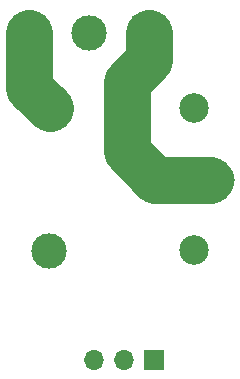
<source format=gbr>
G04 #@! TF.GenerationSoftware,KiCad,Pcbnew,5.1.5-52549c5~86~ubuntu19.10.1*
G04 #@! TF.CreationDate,2020-04-08T21:24:30+02:00*
G04 #@! TF.ProjectId,Universal-Relay-Board,556e6976-6572-4736-916c-2d52656c6179,rev?*
G04 #@! TF.SameCoordinates,Original*
G04 #@! TF.FileFunction,Copper,L2,Bot*
G04 #@! TF.FilePolarity,Positive*
%FSLAX46Y46*%
G04 Gerber Fmt 4.6, Leading zero omitted, Abs format (unit mm)*
G04 Created by KiCad (PCBNEW 5.1.5-52549c5~86~ubuntu19.10.1) date 2020-04-08 21:24:30*
%MOMM*%
%LPD*%
G04 APERTURE LIST*
%ADD10C,3.000000*%
%ADD11C,2.500000*%
%ADD12O,1.700000X1.700000*%
%ADD13R,1.700000X1.700000*%
%ADD14R,3.000000X3.000000*%
%ADD15C,4.000000*%
G04 APERTURE END LIST*
D10*
X127880000Y-59690000D03*
D11*
X125930000Y-65640000D03*
D10*
X113680000Y-65690000D03*
X113730000Y-53640000D03*
D11*
X125930000Y-53640000D03*
D12*
X117475000Y-74930000D03*
X120015000Y-74930000D03*
D13*
X122555000Y-74930000D03*
D14*
X122174000Y-47244000D03*
D10*
X117094000Y-47244000D03*
X112014000Y-47244000D03*
D15*
X122174000Y-47244000D02*
X122174000Y-49530000D01*
X122174000Y-49530000D02*
X120269000Y-51435000D01*
X120269000Y-51435000D02*
X120269000Y-57277000D01*
X122682000Y-59690000D02*
X127314990Y-59690000D01*
X120269000Y-57277000D02*
X122682000Y-59690000D01*
X112014000Y-51924000D02*
X113730000Y-53640000D01*
X112014000Y-47244000D02*
X112014000Y-51924000D01*
M02*

</source>
